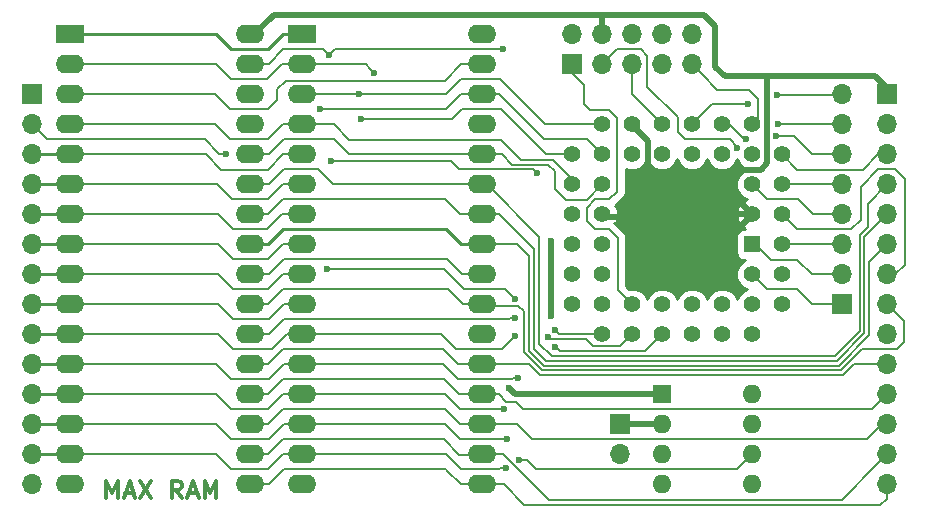
<source format=gbr>
G04 #@! TF.FileFunction,Copper,L1,Top*
%FSLAX46Y46*%
G04 Gerber Fmt 4.6, Leading zero omitted, Abs format (unit mm)*
G04 Created by KiCad (PCBNEW 4.0.5+dfsg1-4) date Sat Apr 29 18:46:39 2017*
%MOMM*%
%LPD*%
G01*
G04 APERTURE LIST*
%ADD10C,0.100000*%
%ADD11C,0.300000*%
%ADD12R,2.400000X1.600000*%
%ADD13O,2.400000X1.600000*%
%ADD14R,1.397000X1.397000*%
%ADD15C,1.397000*%
%ADD16R,1.600000X1.600000*%
%ADD17O,1.600000X1.600000*%
%ADD18R,1.700000X1.700000*%
%ADD19O,1.700000X1.700000*%
%ADD20C,0.600000*%
%ADD21C,0.508000*%
%ADD22C,0.203200*%
%ADD23C,0.250000*%
%ADD24C,0.254000*%
G04 APERTURE END LIST*
D10*
D11*
X118003429Y-140886571D02*
X118003429Y-139386571D01*
X118503429Y-140458000D01*
X119003429Y-139386571D01*
X119003429Y-140886571D01*
X119646286Y-140458000D02*
X120360572Y-140458000D01*
X119503429Y-140886571D02*
X120003429Y-139386571D01*
X120503429Y-140886571D01*
X120860572Y-139386571D02*
X121860572Y-140886571D01*
X121860572Y-139386571D02*
X120860572Y-140886571D01*
X124432000Y-140886571D02*
X123932000Y-140172286D01*
X123574857Y-140886571D02*
X123574857Y-139386571D01*
X124146285Y-139386571D01*
X124289143Y-139458000D01*
X124360571Y-139529429D01*
X124432000Y-139672286D01*
X124432000Y-139886571D01*
X124360571Y-140029429D01*
X124289143Y-140100857D01*
X124146285Y-140172286D01*
X123574857Y-140172286D01*
X125003428Y-140458000D02*
X125717714Y-140458000D01*
X124860571Y-140886571D02*
X125360571Y-139386571D01*
X125860571Y-140886571D01*
X126360571Y-140886571D02*
X126360571Y-139386571D01*
X126860571Y-140458000D01*
X127360571Y-139386571D01*
X127360571Y-140886571D01*
D12*
X114935000Y-101600000D03*
D13*
X130175000Y-139700000D03*
X114935000Y-104140000D03*
X130175000Y-137160000D03*
X114935000Y-106680000D03*
X130175000Y-134620000D03*
X114935000Y-109220000D03*
X130175000Y-132080000D03*
X114935000Y-111760000D03*
X130175000Y-129540000D03*
X114935000Y-114300000D03*
X130175000Y-127000000D03*
X114935000Y-116840000D03*
X130175000Y-124460000D03*
X114935000Y-119380000D03*
X130175000Y-121920000D03*
X114935000Y-121920000D03*
X130175000Y-119380000D03*
X114935000Y-124460000D03*
X130175000Y-116840000D03*
X114935000Y-127000000D03*
X130175000Y-114300000D03*
X114935000Y-129540000D03*
X130175000Y-111760000D03*
X114935000Y-132080000D03*
X130175000Y-109220000D03*
X114935000Y-134620000D03*
X130175000Y-106680000D03*
X114935000Y-137160000D03*
X130175000Y-104140000D03*
X114935000Y-139700000D03*
X130175000Y-101600000D03*
D14*
X172720000Y-119380000D03*
D15*
X175260000Y-116840000D03*
X172720000Y-116840000D03*
X175260000Y-114300000D03*
X172720000Y-114300000D03*
X175260000Y-111760000D03*
X172720000Y-109220000D03*
X172720000Y-111760000D03*
X170180000Y-109220000D03*
X170180000Y-111760000D03*
X167640000Y-109220000D03*
X167640000Y-111760000D03*
X165100000Y-109220000D03*
X165100000Y-111760000D03*
X162560000Y-109220000D03*
X162560000Y-111760000D03*
X160020000Y-109220000D03*
X157480000Y-111760000D03*
X160020000Y-111760000D03*
X157480000Y-114300000D03*
X160020000Y-114300000D03*
X157480000Y-116840000D03*
X160020000Y-116840000D03*
X157480000Y-119380000D03*
X160020000Y-119380000D03*
X157480000Y-121920000D03*
X160020000Y-121920000D03*
X157480000Y-124460000D03*
X160020000Y-127000000D03*
X160020000Y-124460000D03*
X162560000Y-127000000D03*
X162560000Y-124460000D03*
X165100000Y-127000000D03*
X165100000Y-124460000D03*
X167640000Y-127000000D03*
X167640000Y-124460000D03*
X170180000Y-127000000D03*
X170180000Y-124460000D03*
X172720000Y-127000000D03*
X175260000Y-124460000D03*
X172720000Y-124460000D03*
X175260000Y-121920000D03*
X172720000Y-121920000D03*
X175260000Y-119380000D03*
D16*
X165100000Y-132080000D03*
D17*
X172720000Y-139700000D03*
X165100000Y-134620000D03*
X172720000Y-137160000D03*
X165100000Y-137160000D03*
X172720000Y-134620000D03*
X165100000Y-139700000D03*
X172720000Y-132080000D03*
D18*
X184150000Y-106680000D03*
D19*
X184150000Y-109220000D03*
X184150000Y-111760000D03*
X184150000Y-114300000D03*
X184150000Y-116840000D03*
X184150000Y-119380000D03*
X184150000Y-121920000D03*
X184150000Y-124460000D03*
X184150000Y-127000000D03*
X184150000Y-129540000D03*
X184150000Y-132080000D03*
X184150000Y-134620000D03*
X184150000Y-137160000D03*
X184150000Y-139700000D03*
D12*
X134620000Y-101600000D03*
D13*
X149860000Y-139700000D03*
X134620000Y-104140000D03*
X149860000Y-137160000D03*
X134620000Y-106680000D03*
X149860000Y-134620000D03*
X134620000Y-109220000D03*
X149860000Y-132080000D03*
X134620000Y-111760000D03*
X149860000Y-129540000D03*
X134620000Y-114300000D03*
X149860000Y-127000000D03*
X134620000Y-116840000D03*
X149860000Y-124460000D03*
X134620000Y-119380000D03*
X149860000Y-121920000D03*
X134620000Y-121920000D03*
X149860000Y-119380000D03*
X134620000Y-124460000D03*
X149860000Y-116840000D03*
X134620000Y-127000000D03*
X149860000Y-114300000D03*
X134620000Y-129540000D03*
X149860000Y-111760000D03*
X134620000Y-132080000D03*
X149860000Y-109220000D03*
X134620000Y-134620000D03*
X149860000Y-106680000D03*
X134620000Y-137160000D03*
X149860000Y-104140000D03*
X134620000Y-139700000D03*
X149860000Y-101600000D03*
D18*
X157480000Y-104140000D03*
D19*
X157480000Y-101600000D03*
X160020000Y-104140000D03*
X160020000Y-101600000D03*
X162560000Y-104140000D03*
X162560000Y-101600000D03*
X165100000Y-104140000D03*
X165100000Y-101600000D03*
X167640000Y-104140000D03*
X167640000Y-101600000D03*
D18*
X161544000Y-134620000D03*
D19*
X161544000Y-137160000D03*
D18*
X111760000Y-106680000D03*
D19*
X111760000Y-109220000D03*
X111760000Y-111760000D03*
X111760000Y-114300000D03*
X111760000Y-116840000D03*
X111760000Y-119380000D03*
X111760000Y-121920000D03*
X111760000Y-124460000D03*
X111760000Y-127000000D03*
X111760000Y-129540000D03*
X111760000Y-132080000D03*
X111760000Y-134620000D03*
X111760000Y-137160000D03*
X111760000Y-139700000D03*
D18*
X180340000Y-124460000D03*
D19*
X180340000Y-121920000D03*
X180340000Y-119380000D03*
X180340000Y-116840000D03*
X180340000Y-114300000D03*
X180340000Y-111760000D03*
X180340000Y-109220000D03*
X180340000Y-106680000D03*
D20*
X165100000Y-117094000D03*
X152640131Y-123994951D03*
X128169202Y-111725551D03*
X136728527Y-121476774D03*
X152640131Y-127152277D03*
X152932666Y-130668601D03*
X151732899Y-133352960D03*
X156052879Y-126659524D03*
X151931747Y-135885206D03*
X155443220Y-127182462D03*
X156061241Y-128027910D03*
X151872205Y-138270002D03*
X171450640Y-111188452D03*
X154488786Y-113339554D03*
X137039109Y-112319782D03*
X136121445Y-107948985D03*
X139637297Y-108781943D03*
X140694433Y-104845345D03*
X139446000Y-106680000D03*
X155702000Y-119126000D03*
X155702000Y-125476000D03*
X152133246Y-131539612D03*
X136894808Y-103342714D03*
X151638000Y-102870000D03*
X153003013Y-137641241D03*
X152640131Y-125645240D03*
X174752000Y-110236000D03*
X174890403Y-109199389D03*
X172212000Y-110490000D03*
X172369614Y-107509475D03*
X174848153Y-106734932D03*
D21*
X174498000Y-105156000D02*
X170413931Y-105156000D01*
X170413931Y-105156000D02*
X169581273Y-104323342D01*
X169581273Y-104323342D02*
X169581273Y-100921148D01*
X169581273Y-100921148D02*
X168607346Y-99947221D01*
X168607346Y-99947221D02*
X160020000Y-99947221D01*
X160020000Y-99947221D02*
X160020000Y-101600000D01*
X184150000Y-106680000D02*
X184150000Y-106151968D01*
X184150000Y-106151968D02*
X183154032Y-105156000D01*
X183154032Y-105156000D02*
X174498000Y-105156000D01*
X160020000Y-101600000D02*
X160020000Y-99952241D01*
X160020000Y-99952241D02*
X132222759Y-99952241D01*
X132222759Y-99952241D02*
X130575000Y-101600000D01*
X130575000Y-101600000D02*
X130175000Y-101600000D01*
X170688000Y-116840000D02*
X171195836Y-116840000D01*
X171195836Y-116840000D02*
X171195836Y-113043358D01*
X171195836Y-113043358D02*
X173457835Y-113043358D01*
X173457835Y-113043358D02*
X173989560Y-112511633D01*
X173989560Y-105156000D02*
X174498000Y-105156000D01*
X173989560Y-112511633D02*
X173989560Y-105156000D01*
X163944299Y-110632577D02*
X162560000Y-109248278D01*
X165100000Y-117094000D02*
X163944299Y-115938299D01*
X162560000Y-109248278D02*
X162560000Y-109220000D01*
X163944299Y-115938299D02*
X163944299Y-110632577D01*
X172720000Y-116840000D02*
X170688000Y-116840000D01*
X170688000Y-116840000D02*
X165354000Y-116840000D01*
X165354000Y-116840000D02*
X165100000Y-117094000D01*
X165100000Y-117094000D02*
X160274000Y-117094000D01*
X160274000Y-117094000D02*
X160020000Y-116840000D01*
D22*
X136728527Y-121476774D02*
X146627073Y-121476774D01*
X146627073Y-121476774D02*
X148332566Y-123182267D01*
X148332566Y-123182267D02*
X151827447Y-123182267D01*
X152340132Y-123694952D02*
X152640131Y-123994951D01*
X151827447Y-123182267D02*
X152340132Y-123694952D01*
X128169202Y-111725551D02*
X127622660Y-111725551D01*
X127622660Y-111725551D02*
X126367634Y-110470525D01*
X126367634Y-110470525D02*
X113010525Y-110470525D01*
X113010525Y-110470525D02*
X111760000Y-109220000D01*
X134620000Y-111760000D02*
X133037115Y-111760000D01*
X133037115Y-111760000D02*
X131750648Y-113046467D01*
X131750648Y-113046467D02*
X127788097Y-113046467D01*
X127788097Y-113046467D02*
X126501630Y-111760000D01*
X126501630Y-111760000D02*
X114935000Y-111760000D01*
X115335000Y-111760000D02*
X114935000Y-111760000D01*
D23*
X114935000Y-111760000D02*
X111760000Y-111760000D01*
X114935000Y-114300000D02*
X111760000Y-114300000D01*
D22*
X127372180Y-114300000D02*
X114935000Y-114300000D01*
X132994588Y-114300000D02*
X134620000Y-114300000D01*
X131724588Y-115570000D02*
X132994588Y-114300000D01*
X128642180Y-115570000D02*
X131724588Y-115570000D01*
X127372180Y-114300000D02*
X128642180Y-115570000D01*
D23*
X114935000Y-116840000D02*
X111760000Y-116840000D01*
D22*
X127468002Y-116840000D02*
X114935000Y-116840000D01*
X132953447Y-116840000D02*
X134620000Y-116840000D01*
X131683447Y-118110000D02*
X132953447Y-116840000D01*
X128738002Y-118110000D02*
X131683447Y-118110000D01*
X127468002Y-116840000D02*
X128738002Y-118110000D01*
X114935000Y-119380000D02*
X127528260Y-119380000D01*
X127528260Y-119380000D02*
X128798260Y-120650000D01*
X128798260Y-120650000D02*
X131723094Y-120650000D01*
X131723094Y-120650000D02*
X132993094Y-119380000D01*
X132993094Y-119380000D02*
X134620000Y-119380000D01*
D23*
X114935000Y-119380000D02*
X111760000Y-119380000D01*
X114935000Y-121920000D02*
X111760000Y-121920000D01*
D22*
X127486888Y-121920000D02*
X114935000Y-121920000D01*
X132957100Y-121920000D02*
X134620000Y-121920000D01*
X131687100Y-123190000D02*
X132957100Y-121920000D01*
X128756888Y-123190000D02*
X131687100Y-123190000D01*
X127486888Y-121920000D02*
X128756888Y-123190000D01*
D23*
X114935000Y-124460000D02*
X111760000Y-124460000D01*
D22*
X127455679Y-124460000D02*
X114935000Y-124460000D01*
X133051618Y-124460000D02*
X134620000Y-124460000D01*
X131781618Y-125730000D02*
X133051618Y-124460000D01*
X128725679Y-125730000D02*
X131781618Y-125730000D01*
X127455679Y-124460000D02*
X128725679Y-125730000D01*
X152340132Y-127452276D02*
X152640131Y-127152277D01*
X147677241Y-128267207D02*
X151525201Y-128267207D01*
X146410034Y-127000000D02*
X147677241Y-128267207D01*
X134620000Y-127000000D02*
X146410034Y-127000000D01*
X151525201Y-128267207D02*
X152340132Y-127452276D01*
D23*
X114935000Y-127000000D02*
X111760000Y-127000000D01*
D22*
X127454424Y-127000000D02*
X114935000Y-127000000D01*
X133350000Y-127000000D02*
X134620000Y-127000000D01*
X128724424Y-128270000D02*
X132080000Y-128270000D01*
X127454424Y-127000000D02*
X128724424Y-128270000D01*
X132080000Y-128270000D02*
X133350000Y-127000000D01*
X152932666Y-130668601D02*
X152508402Y-130668601D01*
X152508402Y-130668601D02*
X152367003Y-130810000D01*
X152367003Y-130810000D02*
X147809515Y-130810000D01*
X146539515Y-129540000D02*
X134620000Y-129540000D01*
X147809515Y-130810000D02*
X146539515Y-129540000D01*
X114935000Y-129540000D02*
X127349701Y-129540000D01*
X131813753Y-130810000D02*
X133083753Y-129540000D01*
X127349701Y-129540000D02*
X128619701Y-130810000D01*
X128619701Y-130810000D02*
X131813753Y-130810000D01*
X133083753Y-129540000D02*
X134620000Y-129540000D01*
D23*
X114935000Y-129540000D02*
X111760000Y-129540000D01*
D22*
X151308635Y-133352960D02*
X151732899Y-133352960D01*
X147961947Y-133352960D02*
X151308635Y-133352960D01*
X146688987Y-132080000D02*
X147961947Y-133352960D01*
X134620000Y-132080000D02*
X146688987Y-132080000D01*
X156352878Y-126959523D02*
X156052879Y-126659524D01*
X156393355Y-127000000D02*
X156352878Y-126959523D01*
X160020000Y-127000000D02*
X156393355Y-127000000D01*
X114935000Y-132080000D02*
X127315877Y-132080000D01*
X127315877Y-132080000D02*
X128585877Y-133350000D01*
X128585877Y-133350000D02*
X131697572Y-133350000D01*
X131697572Y-133350000D02*
X132967572Y-132080000D01*
X132967572Y-132080000D02*
X134620000Y-132080000D01*
D23*
X114935000Y-132080000D02*
X111760000Y-132080000D01*
D22*
X151507483Y-135885206D02*
X151931747Y-135885206D01*
X146701624Y-134620000D02*
X147966830Y-135885206D01*
X147966830Y-135885206D02*
X151507483Y-135885206D01*
X134620000Y-134620000D02*
X146701624Y-134620000D01*
X162560000Y-127000000D02*
X161556699Y-128003301D01*
X161556699Y-128003301D02*
X159207830Y-128003301D01*
X159207830Y-128003301D02*
X158627637Y-127423108D01*
X158627637Y-127423108D02*
X155683866Y-127423108D01*
X155683866Y-127423108D02*
X155443220Y-127182462D01*
D23*
X114935000Y-134620000D02*
X111760000Y-134620000D01*
D22*
X127351419Y-134620000D02*
X114935000Y-134620000D01*
X133043578Y-134620599D02*
X134619401Y-134620599D01*
X128621419Y-135890000D02*
X131774177Y-135890000D01*
X131774177Y-135890000D02*
X133043578Y-134620599D01*
X127351419Y-134620000D02*
X128621419Y-135890000D01*
D23*
X134619401Y-134620599D02*
X134620000Y-134620000D01*
D22*
X134620000Y-137160000D02*
X146784881Y-137160000D01*
X146784881Y-137160000D02*
X148033701Y-138408820D01*
X148033701Y-138408820D02*
X151309123Y-138408820D01*
X151309123Y-138408820D02*
X151447941Y-138270002D01*
X151447941Y-138270002D02*
X151872205Y-138270002D01*
X156443043Y-128409712D02*
X156361240Y-128327909D01*
X163690288Y-128409712D02*
X156443043Y-128409712D01*
X165100000Y-127000000D02*
X163690288Y-128409712D01*
X156361240Y-128327909D02*
X156061241Y-128027910D01*
X114935000Y-137160000D02*
X127329547Y-137160000D01*
X133014821Y-137160000D02*
X134620000Y-137160000D01*
X131753828Y-138420993D02*
X133014821Y-137160000D01*
X128590540Y-138420993D02*
X131753828Y-138420993D01*
X127329547Y-137160000D02*
X128590540Y-138420993D01*
D23*
X114935000Y-137160000D02*
X111760000Y-137160000D01*
D22*
X180340000Y-121920000D02*
X177805730Y-121920000D01*
X177805730Y-121920000D02*
X176544934Y-120659204D01*
X176544934Y-120659204D02*
X174279724Y-120659204D01*
X174279724Y-120659204D02*
X173000520Y-119380000D01*
X173000520Y-119380000D02*
X172720000Y-119380000D01*
X162560000Y-124460000D02*
X161357742Y-123257742D01*
X159441248Y-118110000D02*
X158737926Y-117406678D01*
X158737926Y-117406678D02*
X158737926Y-116269426D01*
X161357742Y-123257742D02*
X161340387Y-123257742D01*
X161340387Y-123257742D02*
X161340387Y-118879364D01*
X161340387Y-118879364D02*
X160571023Y-118110000D01*
X159437352Y-115570000D02*
X160623332Y-115570000D01*
X160571023Y-118110000D02*
X159441248Y-118110000D01*
X158737926Y-116269426D02*
X159437352Y-115570000D01*
X159024266Y-107957726D02*
X158520929Y-107454389D01*
X160623332Y-115570000D02*
X161283074Y-114910258D01*
X161283074Y-114910258D02*
X161283074Y-108643822D01*
X161283074Y-108643822D02*
X160596978Y-107957726D01*
X160596978Y-107957726D02*
X159024266Y-107957726D01*
X158520929Y-107454389D02*
X158520929Y-105868952D01*
X158520929Y-105868952D02*
X157480000Y-104828023D01*
X157480000Y-104828023D02*
X157480000Y-104140000D01*
X160020000Y-104140000D02*
X161287626Y-102872374D01*
X161287626Y-102872374D02*
X163324374Y-102872374D01*
X166404270Y-109886781D02*
X167005351Y-110487862D01*
X163324374Y-102872374D02*
X163846650Y-103394650D01*
X163846650Y-103394650D02*
X163846650Y-106075255D01*
X163846650Y-106075255D02*
X166404270Y-108632875D01*
X166404270Y-108632875D02*
X166404270Y-109886781D01*
X167005351Y-110487862D02*
X170845427Y-110487862D01*
X170845427Y-110487862D02*
X171450640Y-111093075D01*
X171450640Y-111093075D02*
X171450640Y-111188452D01*
X162560000Y-106680000D02*
X162560000Y-105342081D01*
X165100000Y-109220000D02*
X162560000Y-106680000D01*
X162560000Y-105342081D02*
X162560000Y-104140000D01*
X172720000Y-109220000D02*
X173190359Y-108749641D01*
X168489999Y-104989999D02*
X167640000Y-104140000D01*
X173190359Y-108749641D02*
X173190359Y-107031281D01*
X173190359Y-107031281D02*
X172432669Y-106273591D01*
X172432669Y-106273591D02*
X169773591Y-106273591D01*
X169773591Y-106273591D02*
X168489999Y-104989999D01*
X137039109Y-112319782D02*
X147210228Y-112319782D01*
X147210228Y-112319782D02*
X147917126Y-113026680D01*
X147917126Y-113026680D02*
X154175912Y-113026680D01*
X154175912Y-113026680D02*
X154488786Y-113339554D01*
D23*
X114935000Y-101600000D02*
X127327422Y-101600000D01*
X127327422Y-101600000D02*
X128583739Y-102856317D01*
X128583739Y-102856317D02*
X131767645Y-102856317D01*
X131767645Y-102856317D02*
X133023962Y-101600000D01*
X133023962Y-101600000D02*
X134620000Y-101600000D01*
D22*
X149860000Y-106680000D02*
X148075591Y-106680000D01*
X148075591Y-106680000D02*
X146806606Y-107948985D01*
X146806606Y-107948985D02*
X136545709Y-107948985D01*
X136545709Y-107948985D02*
X136121445Y-107948985D01*
X151263200Y-106680000D02*
X149860000Y-106680000D01*
X155074743Y-110491543D02*
X151263200Y-106680000D01*
X158751543Y-110491543D02*
X155074743Y-110491543D01*
X160020000Y-111760000D02*
X158751543Y-110491543D01*
X184150000Y-111760000D02*
X183383433Y-111760000D01*
X183383433Y-111760000D02*
X182104150Y-113039283D01*
X182104150Y-113039283D02*
X176539283Y-113039283D01*
X176539283Y-113039283D02*
X175260000Y-111760000D01*
X150260000Y-114300000D02*
X149860000Y-114300000D01*
X154703117Y-118743117D02*
X150260000Y-114300000D01*
X154703117Y-127779117D02*
X154703117Y-118743117D01*
X155740123Y-128816123D02*
X154703117Y-127779117D01*
X181814699Y-126725084D02*
X179723660Y-128816123D01*
X181814699Y-118600550D02*
X181814699Y-126725084D01*
X182505763Y-117909486D02*
X181814699Y-118600550D01*
X182505763Y-115944237D02*
X182505763Y-117909486D01*
X184150000Y-114300000D02*
X182505763Y-115944237D01*
X179723660Y-128816123D02*
X155740123Y-128816123D01*
X129540000Y-114300000D02*
X131799195Y-114300000D01*
X131799195Y-114300000D02*
X133069195Y-113030000D01*
X133069195Y-113030000D02*
X135986491Y-113030000D01*
X135986491Y-113030000D02*
X137256491Y-114300000D01*
X137256491Y-114300000D02*
X148876080Y-114300000D01*
D23*
X148876080Y-114300000D02*
X149860000Y-114300000D01*
D22*
X182221110Y-126893423D02*
X179879357Y-129235176D01*
X154228820Y-128201958D02*
X154228820Y-119762946D01*
X184150000Y-116840000D02*
X182221110Y-118768890D01*
X179879357Y-129235176D02*
X155262038Y-129235176D01*
X151305874Y-116840000D02*
X150260000Y-116840000D01*
X182221110Y-118768890D02*
X182221110Y-126893423D01*
X155262038Y-129235176D02*
X154228820Y-128201958D01*
X154228820Y-119762946D02*
X151305874Y-116840000D01*
X129540000Y-116840000D02*
X131732430Y-116840000D01*
X131732430Y-116840000D02*
X133002430Y-115570000D01*
X133002430Y-115570000D02*
X146696847Y-115570000D01*
X147966847Y-116840000D02*
X148410000Y-116840000D01*
X148410000Y-116840000D02*
X149860000Y-116840000D01*
X146696847Y-115570000D02*
X147966847Y-116840000D01*
X150260000Y-116840000D02*
X149860000Y-116840000D01*
X150260000Y-116840000D02*
X150260000Y-116453001D01*
X152801025Y-119380000D02*
X153822409Y-120401384D01*
X182627521Y-127061764D02*
X182627521Y-120902479D01*
X153822409Y-128370298D02*
X155093698Y-129641587D01*
X180047698Y-129641587D02*
X182627521Y-127061764D01*
X183300001Y-120229999D02*
X184150000Y-119380000D01*
X182627521Y-120902479D02*
X183300001Y-120229999D01*
X149860000Y-119380000D02*
X152801025Y-119380000D01*
X153822409Y-120401384D02*
X153822409Y-128370298D01*
X155093698Y-129641587D02*
X180047698Y-129641587D01*
D23*
X129540000Y-119380000D02*
X131699035Y-119380000D01*
X131699035Y-119380000D02*
X132969035Y-118110000D01*
X146832900Y-118110000D02*
X148102900Y-119380000D01*
X132969035Y-118110000D02*
X146832900Y-118110000D01*
X148410000Y-119380000D02*
X149860000Y-119380000D01*
X148102900Y-119380000D02*
X148410000Y-119380000D01*
D22*
X149860000Y-124460000D02*
X148249999Y-124460000D01*
X148249999Y-124460000D02*
X146979999Y-123190000D01*
X146979999Y-123190000D02*
X132992628Y-123190000D01*
X132992628Y-123190000D02*
X131722628Y-124460000D01*
X131722628Y-124460000D02*
X130810000Y-124460000D01*
X185572610Y-125882610D02*
X184999999Y-125309999D01*
X154925358Y-130047998D02*
X180216037Y-130047998D01*
X150571085Y-124599753D02*
X152911381Y-124599753D01*
X153366876Y-128489516D02*
X154925358Y-130047998D01*
X180216037Y-130047998D02*
X181994035Y-128270000D01*
X150431332Y-124460000D02*
X150571085Y-124599753D01*
X152911381Y-124599753D02*
X153366876Y-125055248D01*
X153366876Y-125055248D02*
X153366876Y-128489516D01*
X181994035Y-128270000D02*
X184961586Y-128270000D01*
X184961586Y-128270000D02*
X185572610Y-127658976D01*
X185572610Y-127658976D02*
X185572610Y-125882610D01*
X184999999Y-125309999D02*
X184150000Y-124460000D01*
D23*
X130810000Y-124460000D02*
X129540000Y-124460000D01*
X150431332Y-124460000D02*
X149860000Y-124460000D01*
D22*
X184150000Y-129540000D02*
X181359498Y-129540000D01*
X181359498Y-129540000D02*
X180445087Y-130454411D01*
X180445087Y-130454411D02*
X154757020Y-130454411D01*
X154757020Y-130454411D02*
X153842609Y-129540000D01*
X153842609Y-129540000D02*
X150260000Y-129540000D01*
X150260000Y-129540000D02*
X149860000Y-129540000D01*
X129540000Y-129540000D02*
X131718652Y-129540000D01*
X147822464Y-129540000D02*
X149860000Y-129540000D01*
X146552464Y-128270000D02*
X147822464Y-129540000D01*
X132988652Y-128270000D02*
X146552464Y-128270000D01*
X131718652Y-129540000D02*
X132988652Y-128270000D01*
X129540000Y-132080000D02*
X131731807Y-132080000D01*
X131731807Y-132080000D02*
X133001807Y-130810000D01*
X133001807Y-130810000D02*
X146604968Y-130810000D01*
X146604968Y-130810000D02*
X147874968Y-132080000D01*
X147874968Y-132080000D02*
X149860000Y-132080000D01*
X149860000Y-132080000D02*
X151263200Y-132080000D01*
X152707527Y-132704213D02*
X153355476Y-133352162D01*
X151263200Y-132080000D02*
X151887413Y-132704213D01*
X151887413Y-132704213D02*
X152707527Y-132704213D01*
X153355476Y-133352162D02*
X182877838Y-133352162D01*
X182877838Y-133352162D02*
X183300001Y-132929999D01*
X183300001Y-132929999D02*
X184150000Y-132080000D01*
X150260000Y-132080000D02*
X149860000Y-132080000D01*
D23*
X184151106Y-132078894D02*
X184150000Y-132080000D01*
D22*
X184150000Y-134620000D02*
X183733348Y-134620000D01*
X183733348Y-134620000D02*
X182457160Y-135896188D01*
X182457160Y-135896188D02*
X154061098Y-135896188D01*
X154061098Y-135896188D02*
X152781703Y-134616793D01*
X152781703Y-134616793D02*
X149863207Y-134616793D01*
X149863207Y-134616793D02*
X149860000Y-134620000D01*
X129540000Y-134620000D02*
X131709037Y-134620000D01*
X131709037Y-134620000D02*
X132979037Y-133350000D01*
X146723044Y-133350000D02*
X147993044Y-134620000D01*
X132979037Y-133350000D02*
X146723044Y-133350000D01*
X147993044Y-134620000D02*
X149860000Y-134620000D01*
X149860000Y-137160000D02*
X151646159Y-137160000D01*
X151646159Y-137160000D02*
X155508196Y-141022037D01*
X183300001Y-138009999D02*
X184150000Y-137160000D01*
X155508196Y-141022037D02*
X180287963Y-141022037D01*
X180287963Y-141022037D02*
X183300001Y-138009999D01*
X129540000Y-137160000D02*
X131750200Y-137160000D01*
X131750200Y-137160000D02*
X133020200Y-135890000D01*
X133020200Y-135890000D02*
X146653779Y-135890000D01*
X146653779Y-135890000D02*
X147939895Y-137176116D01*
X147939895Y-137176116D02*
X149843884Y-137176116D01*
D23*
X149843884Y-137176116D02*
X149860000Y-137160000D01*
D22*
X129540000Y-139700000D02*
X131772315Y-139700000D01*
X146920396Y-138543323D02*
X146921861Y-138543323D01*
X131772315Y-139700000D02*
X133045417Y-138426898D01*
X133045417Y-138426898D02*
X146803971Y-138426898D01*
X146803971Y-138426898D02*
X146920396Y-138543323D01*
X146921861Y-138543323D02*
X148078538Y-139700000D01*
X148078538Y-139700000D02*
X149860000Y-139700000D01*
X149860000Y-139700000D02*
X151689816Y-139700000D01*
X153441664Y-141451848D02*
X180071181Y-141451848D01*
X180071181Y-141451848D02*
X180098581Y-141479248D01*
X183572833Y-141479248D02*
X184150000Y-140902081D01*
X151689816Y-139700000D02*
X153441664Y-141451848D01*
X180098581Y-141479248D02*
X183572833Y-141479248D01*
X184150000Y-140902081D02*
X184150000Y-139700000D01*
X157480000Y-111760000D02*
X155238454Y-111760000D01*
X148140170Y-107950000D02*
X147308227Y-108781943D01*
X155238454Y-111760000D02*
X151428454Y-107950000D01*
X151428454Y-107950000D02*
X148140170Y-107950000D01*
X147308227Y-108781943D02*
X140061561Y-108781943D01*
X140061561Y-108781943D02*
X139637297Y-108781943D01*
X140394434Y-104545346D02*
X140694433Y-104845345D01*
X134620000Y-104140000D02*
X139989088Y-104140000D01*
X139989088Y-104140000D02*
X140394434Y-104545346D01*
X115570000Y-104140000D02*
X127361500Y-104140000D01*
X132937937Y-104140000D02*
X134620000Y-104140000D01*
X131661272Y-105416665D02*
X132937937Y-104140000D01*
X128638165Y-105416665D02*
X131661272Y-105416665D01*
X127361500Y-104140000D02*
X128638165Y-105416665D01*
X139446000Y-106680000D02*
X146803377Y-106680000D01*
X146803377Y-106680000D02*
X148088838Y-105394539D01*
X148088838Y-105394539D02*
X151384000Y-105394539D01*
X155209461Y-109220000D02*
X151384000Y-105394539D01*
X160020000Y-109220000D02*
X155209461Y-109220000D01*
X151384000Y-105394539D02*
X151435526Y-105394539D01*
X139446000Y-106680000D02*
X139021736Y-106680000D01*
X139021736Y-106680000D02*
X134620000Y-106680000D01*
X149860000Y-104140000D02*
X148088412Y-104140000D01*
X148088412Y-104140000D02*
X146716596Y-105511816D01*
X133787495Y-105521527D02*
X133787495Y-105513537D01*
X133222744Y-105513537D02*
X132505882Y-106230399D01*
X146716596Y-105511816D02*
X133797206Y-105511816D01*
X133797206Y-105511816D02*
X133787495Y-105521527D01*
X133787495Y-105513537D02*
X133222744Y-105513537D01*
X132505882Y-106230399D02*
X132505882Y-107142224D01*
X128545061Y-107950000D02*
X127275061Y-106680000D01*
X132505882Y-107142224D02*
X131698106Y-107950000D01*
X131698106Y-107950000D02*
X128545061Y-107950000D01*
X127275061Y-106680000D02*
X114935000Y-106680000D01*
X149860000Y-104140000D02*
X150260000Y-104140000D01*
D21*
X155702000Y-125476000D02*
X155702000Y-119126000D01*
D22*
X130175000Y-121920000D02*
X131800908Y-121920000D01*
X131800908Y-121920000D02*
X133079502Y-120641406D01*
X133079502Y-120641406D02*
X146906004Y-120641406D01*
X146906004Y-120641406D02*
X148184598Y-121920000D01*
X148184598Y-121920000D02*
X148456800Y-121920000D01*
X148456800Y-121920000D02*
X149860000Y-121920000D01*
D21*
X165100000Y-132080000D02*
X152673634Y-132080000D01*
X152673634Y-132080000D02*
X152433245Y-131839611D01*
X152433245Y-131839611D02*
X152133246Y-131539612D01*
X165100000Y-134620000D02*
X161544000Y-134620000D01*
D22*
X130175000Y-104140000D02*
X131773897Y-104140000D01*
X131773897Y-104140000D02*
X133038273Y-102875624D01*
X133038273Y-102875624D02*
X136427718Y-102875624D01*
X136427718Y-102875624D02*
X136894808Y-103342714D01*
X151638000Y-102870000D02*
X137367522Y-102870000D01*
X137367522Y-102870000D02*
X136894808Y-103342714D01*
X151623050Y-102855050D02*
X151638000Y-102870000D01*
X175260000Y-116840000D02*
X176530000Y-118110000D01*
X181102000Y-118110000D02*
X181901211Y-117310789D01*
X176530000Y-118110000D02*
X181102000Y-118110000D01*
X181901211Y-117310789D02*
X181901211Y-114517148D01*
X184816744Y-113030000D02*
X185633289Y-113846545D01*
X181901211Y-114517148D02*
X183388359Y-113030000D01*
X183388359Y-113030000D02*
X184816744Y-113030000D01*
X185633289Y-113846545D02*
X185633289Y-121142570D01*
X185633289Y-121142570D02*
X184855859Y-121920000D01*
X184855859Y-121920000D02*
X184150000Y-121920000D01*
X157480000Y-114300000D02*
X157480000Y-113822248D01*
X138594509Y-110501195D02*
X137313314Y-109220000D01*
X157480000Y-113822248D02*
X155871610Y-112213858D01*
X151431675Y-110501195D02*
X138594509Y-110501195D01*
X155871610Y-112213858D02*
X153144338Y-112213858D01*
X153144338Y-112213858D02*
X151431675Y-110501195D01*
X137313314Y-109220000D02*
X134620000Y-109220000D01*
X114935000Y-109220000D02*
X127253476Y-109220000D01*
X127253476Y-109220000D02*
X128523476Y-110490000D01*
X128523476Y-110490000D02*
X131761947Y-110490000D01*
X131761947Y-110490000D02*
X133031947Y-109220000D01*
X133031947Y-109220000D02*
X133216800Y-109220000D01*
X133216800Y-109220000D02*
X134620000Y-109220000D01*
X129540000Y-111760000D02*
X131774656Y-111760000D01*
X131774656Y-111760000D02*
X133044656Y-110490000D01*
X137300280Y-110490000D02*
X138570280Y-111760000D01*
X133044656Y-110490000D02*
X137300280Y-110490000D01*
X138570280Y-111760000D02*
X148410000Y-111760000D01*
X148410000Y-111760000D02*
X149860000Y-111760000D01*
X160020000Y-114300000D02*
X158699514Y-115620486D01*
X158699514Y-115620486D02*
X156966407Y-115620486D01*
X156966407Y-115620486D02*
X155995316Y-114649395D01*
X155995316Y-114649395D02*
X155995316Y-113161086D01*
X155995316Y-113161086D02*
X155454499Y-112620269D01*
X155454499Y-112620269D02*
X152400522Y-112620269D01*
X152400522Y-112620269D02*
X151540253Y-111760000D01*
X151540253Y-111760000D02*
X149860000Y-111760000D01*
X177800000Y-124450823D02*
X177809177Y-124460000D01*
X177809177Y-124460000D02*
X180340000Y-124460000D01*
X177800000Y-124460000D02*
X177800000Y-124450823D01*
X177800000Y-124450823D02*
X176540636Y-123191459D01*
X176540636Y-123191459D02*
X176540636Y-123182859D01*
X173982859Y-123182859D02*
X172720000Y-121920000D01*
X176540636Y-123182859D02*
X173982859Y-123182859D01*
X175260000Y-119380000D02*
X180340000Y-119380000D01*
X172720000Y-114300000D02*
X173990000Y-115570000D01*
X173990000Y-115570000D02*
X176576934Y-115570000D01*
X176576934Y-115570000D02*
X177846934Y-116840000D01*
X177846934Y-116840000D02*
X180340000Y-116840000D01*
X175260000Y-114300000D02*
X180340000Y-114300000D01*
X171449935Y-138430065D02*
X154450056Y-138430065D01*
X172720000Y-137160000D02*
X171449935Y-138430065D01*
X153427277Y-137641241D02*
X153003013Y-137641241D01*
X154450056Y-138430065D02*
X153661232Y-137641241D01*
X153661232Y-137641241D02*
X153427277Y-137641241D01*
X130175000Y-127000000D02*
X131826000Y-127000000D01*
X131826000Y-127000000D02*
X133097201Y-125728799D01*
X133097201Y-125728799D02*
X152132308Y-125728799D01*
X152132308Y-125728799D02*
X152215867Y-125645240D01*
X152215867Y-125645240D02*
X152640131Y-125645240D01*
X180340000Y-111760000D02*
X177800000Y-111760000D01*
X176276000Y-110236000D02*
X177800000Y-111760000D01*
X174752000Y-110236000D02*
X176276000Y-110236000D01*
X172212000Y-110490000D02*
X172059096Y-110490000D01*
X172059096Y-110490000D02*
X170789096Y-109220000D01*
X170789096Y-109220000D02*
X170180000Y-109220000D01*
X174890403Y-109199389D02*
X180319389Y-109199389D01*
X180319389Y-109199389D02*
X180340000Y-109220000D01*
X174911014Y-109220000D02*
X174890403Y-109199389D01*
X174848153Y-106734932D02*
X180285068Y-106734932D01*
X180285068Y-106734932D02*
X180340000Y-106680000D01*
X171945350Y-107509475D02*
X172369614Y-107509475D01*
X167640000Y-109220000D02*
X169350525Y-107509475D01*
X169350525Y-107509475D02*
X171945350Y-107509475D01*
X174903085Y-106680000D02*
X174848153Y-106734932D01*
D24*
G36*
X171588854Y-112514380D02*
X171963647Y-112889827D01*
X172301446Y-113030094D01*
X171965620Y-113168854D01*
X171590173Y-113543647D01*
X171386732Y-114033587D01*
X171386269Y-114564086D01*
X171588854Y-115054380D01*
X171963647Y-115429827D01*
X172285118Y-115563314D01*
X172027071Y-115670200D01*
X171965417Y-115905812D01*
X172593000Y-116533395D01*
X172593000Y-117146605D01*
X171965417Y-117774188D01*
X172027071Y-118009800D01*
X172095998Y-118034060D01*
X172021500Y-118034060D01*
X171786183Y-118078338D01*
X171570059Y-118217410D01*
X171425069Y-118429610D01*
X171374060Y-118681500D01*
X171374060Y-120078500D01*
X171418338Y-120313817D01*
X171557410Y-120529941D01*
X171769610Y-120674931D01*
X172021500Y-120725940D01*
X172117884Y-120725940D01*
X171965620Y-120788854D01*
X171590173Y-121163647D01*
X171386732Y-121653587D01*
X171386269Y-122184086D01*
X171588854Y-122674380D01*
X171963647Y-123049827D01*
X172301446Y-123190094D01*
X171965620Y-123328854D01*
X171590173Y-123703647D01*
X171449906Y-124041446D01*
X171311146Y-123705620D01*
X170936353Y-123330173D01*
X170446413Y-123126732D01*
X169915914Y-123126269D01*
X169425620Y-123328854D01*
X169050173Y-123703647D01*
X168909906Y-124041446D01*
X168771146Y-123705620D01*
X168396353Y-123330173D01*
X167906413Y-123126732D01*
X167375914Y-123126269D01*
X166885620Y-123328854D01*
X166510173Y-123703647D01*
X166369906Y-124041446D01*
X166231146Y-123705620D01*
X165856353Y-123330173D01*
X165366413Y-123126732D01*
X164835914Y-123126269D01*
X164345620Y-123328854D01*
X163970173Y-123703647D01*
X163829906Y-124041446D01*
X163691146Y-123705620D01*
X163316353Y-123330173D01*
X162826413Y-123126732D01*
X162295914Y-123126269D01*
X162276147Y-123134437D01*
X162076987Y-122935277D01*
X162076987Y-118879364D01*
X162020917Y-118597479D01*
X161861242Y-118358509D01*
X161091878Y-117589145D01*
X161058978Y-117567162D01*
X161189800Y-117532929D01*
X161365927Y-117032520D01*
X161345009Y-116647480D01*
X171374073Y-116647480D01*
X171402852Y-117177199D01*
X171550200Y-117532929D01*
X171785812Y-117594583D01*
X172540395Y-116840000D01*
X171785812Y-116085417D01*
X171550200Y-116147071D01*
X171374073Y-116647480D01*
X161345009Y-116647480D01*
X161337148Y-116502801D01*
X161189800Y-116147071D01*
X161096567Y-116122674D01*
X161144187Y-116090855D01*
X161803929Y-115431113D01*
X161963604Y-115192143D01*
X162019674Y-114910258D01*
X162019674Y-112979529D01*
X162293587Y-113093268D01*
X162824086Y-113093731D01*
X163314380Y-112891146D01*
X163689827Y-112516353D01*
X163830094Y-112178554D01*
X163968854Y-112514380D01*
X164343647Y-112889827D01*
X164833587Y-113093268D01*
X165364086Y-113093731D01*
X165854380Y-112891146D01*
X166229827Y-112516353D01*
X166370094Y-112178554D01*
X166508854Y-112514380D01*
X166883647Y-112889827D01*
X167373587Y-113093268D01*
X167904086Y-113093731D01*
X168394380Y-112891146D01*
X168769827Y-112516353D01*
X168910094Y-112178554D01*
X169048854Y-112514380D01*
X169423647Y-112889827D01*
X169913587Y-113093268D01*
X170444086Y-113093731D01*
X170934380Y-112891146D01*
X171309827Y-112516353D01*
X171450094Y-112178554D01*
X171588854Y-112514380D01*
X171588854Y-112514380D01*
G37*
X171588854Y-112514380D02*
X171963647Y-112889827D01*
X172301446Y-113030094D01*
X171965620Y-113168854D01*
X171590173Y-113543647D01*
X171386732Y-114033587D01*
X171386269Y-114564086D01*
X171588854Y-115054380D01*
X171963647Y-115429827D01*
X172285118Y-115563314D01*
X172027071Y-115670200D01*
X171965417Y-115905812D01*
X172593000Y-116533395D01*
X172593000Y-117146605D01*
X171965417Y-117774188D01*
X172027071Y-118009800D01*
X172095998Y-118034060D01*
X172021500Y-118034060D01*
X171786183Y-118078338D01*
X171570059Y-118217410D01*
X171425069Y-118429610D01*
X171374060Y-118681500D01*
X171374060Y-120078500D01*
X171418338Y-120313817D01*
X171557410Y-120529941D01*
X171769610Y-120674931D01*
X172021500Y-120725940D01*
X172117884Y-120725940D01*
X171965620Y-120788854D01*
X171590173Y-121163647D01*
X171386732Y-121653587D01*
X171386269Y-122184086D01*
X171588854Y-122674380D01*
X171963647Y-123049827D01*
X172301446Y-123190094D01*
X171965620Y-123328854D01*
X171590173Y-123703647D01*
X171449906Y-124041446D01*
X171311146Y-123705620D01*
X170936353Y-123330173D01*
X170446413Y-123126732D01*
X169915914Y-123126269D01*
X169425620Y-123328854D01*
X169050173Y-123703647D01*
X168909906Y-124041446D01*
X168771146Y-123705620D01*
X168396353Y-123330173D01*
X167906413Y-123126732D01*
X167375914Y-123126269D01*
X166885620Y-123328854D01*
X166510173Y-123703647D01*
X166369906Y-124041446D01*
X166231146Y-123705620D01*
X165856353Y-123330173D01*
X165366413Y-123126732D01*
X164835914Y-123126269D01*
X164345620Y-123328854D01*
X163970173Y-123703647D01*
X163829906Y-124041446D01*
X163691146Y-123705620D01*
X163316353Y-123330173D01*
X162826413Y-123126732D01*
X162295914Y-123126269D01*
X162276147Y-123134437D01*
X162076987Y-122935277D01*
X162076987Y-118879364D01*
X162020917Y-118597479D01*
X161861242Y-118358509D01*
X161091878Y-117589145D01*
X161058978Y-117567162D01*
X161189800Y-117532929D01*
X161365927Y-117032520D01*
X161345009Y-116647480D01*
X171374073Y-116647480D01*
X171402852Y-117177199D01*
X171550200Y-117532929D01*
X171785812Y-117594583D01*
X172540395Y-116840000D01*
X171785812Y-116085417D01*
X171550200Y-116147071D01*
X171374073Y-116647480D01*
X161345009Y-116647480D01*
X161337148Y-116502801D01*
X161189800Y-116147071D01*
X161096567Y-116122674D01*
X161144187Y-116090855D01*
X161803929Y-115431113D01*
X161963604Y-115192143D01*
X162019674Y-114910258D01*
X162019674Y-112979529D01*
X162293587Y-113093268D01*
X162824086Y-113093731D01*
X163314380Y-112891146D01*
X163689827Y-112516353D01*
X163830094Y-112178554D01*
X163968854Y-112514380D01*
X164343647Y-112889827D01*
X164833587Y-113093268D01*
X165364086Y-113093731D01*
X165854380Y-112891146D01*
X166229827Y-112516353D01*
X166370094Y-112178554D01*
X166508854Y-112514380D01*
X166883647Y-112889827D01*
X167373587Y-113093268D01*
X167904086Y-113093731D01*
X168394380Y-112891146D01*
X168769827Y-112516353D01*
X168910094Y-112178554D01*
X169048854Y-112514380D01*
X169423647Y-112889827D01*
X169913587Y-113093268D01*
X170444086Y-113093731D01*
X170934380Y-112891146D01*
X171309827Y-112516353D01*
X171450094Y-112178554D01*
X171588854Y-112514380D01*
M02*

</source>
